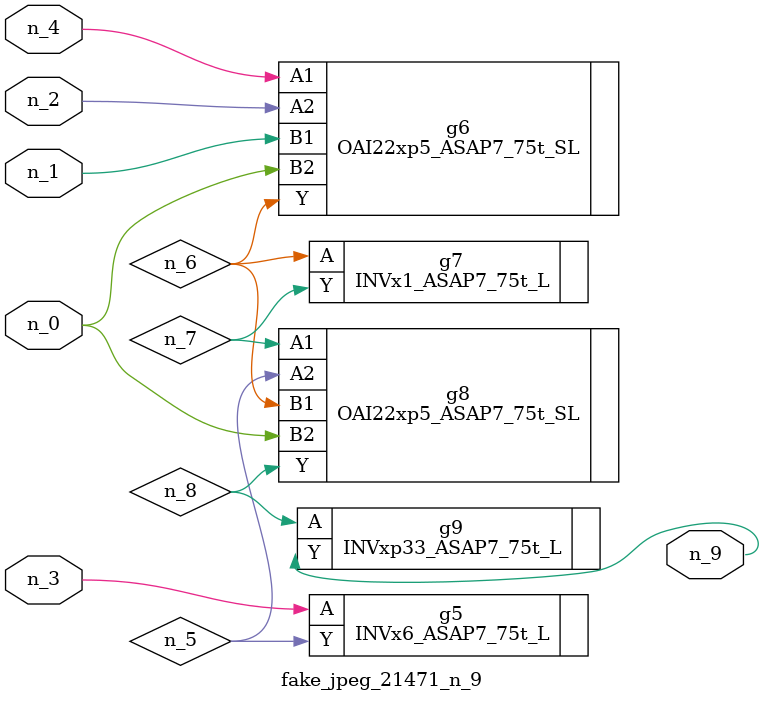
<source format=v>
module fake_jpeg_21471_n_9 (n_3, n_2, n_1, n_0, n_4, n_9);

input n_3;
input n_2;
input n_1;
input n_0;
input n_4;

output n_9;

wire n_8;
wire n_6;
wire n_5;
wire n_7;

INVx6_ASAP7_75t_L g5 ( 
.A(n_3),
.Y(n_5)
);

OAI22xp5_ASAP7_75t_SL g6 ( 
.A1(n_4),
.A2(n_2),
.B1(n_1),
.B2(n_0),
.Y(n_6)
);

INVx1_ASAP7_75t_L g7 ( 
.A(n_6),
.Y(n_7)
);

OAI22xp5_ASAP7_75t_SL g8 ( 
.A1(n_7),
.A2(n_5),
.B1(n_6),
.B2(n_0),
.Y(n_8)
);

INVxp33_ASAP7_75t_L g9 ( 
.A(n_8),
.Y(n_9)
);


endmodule
</source>
